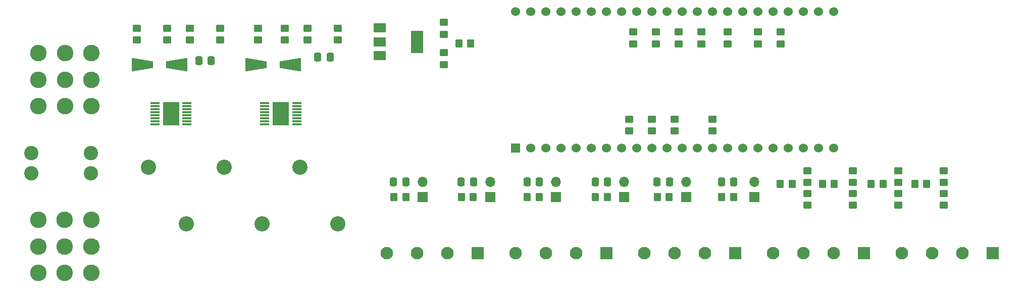
<source format=gbr>
%TF.GenerationSoftware,KiCad,Pcbnew,7.0.5*%
%TF.CreationDate,2023-07-11T20:53:32+10:00*%
%TF.ProjectId,BCM-ESP32-S3,42434d2d-4553-4503-9332-2d53332e6b69,rev?*%
%TF.SameCoordinates,Original*%
%TF.FileFunction,Soldermask,Top*%
%TF.FilePolarity,Negative*%
%FSLAX46Y46*%
G04 Gerber Fmt 4.6, Leading zero omitted, Abs format (unit mm)*
G04 Created by KiCad (PCBNEW 7.0.5) date 2023-07-11 20:53:32*
%MOMM*%
%LPD*%
G01*
G04 APERTURE LIST*
G04 Aperture macros list*
%AMRoundRect*
0 Rectangle with rounded corners*
0 $1 Rounding radius*
0 $2 $3 $4 $5 $6 $7 $8 $9 X,Y pos of 4 corners*
0 Add a 4 corners polygon primitive as box body*
4,1,4,$2,$3,$4,$5,$6,$7,$8,$9,$2,$3,0*
0 Add four circle primitives for the rounded corners*
1,1,$1+$1,$2,$3*
1,1,$1+$1,$4,$5*
1,1,$1+$1,$6,$7*
1,1,$1+$1,$8,$9*
0 Add four rect primitives between the rounded corners*
20,1,$1+$1,$2,$3,$4,$5,0*
20,1,$1+$1,$4,$5,$6,$7,0*
20,1,$1+$1,$6,$7,$8,$9,0*
20,1,$1+$1,$8,$9,$2,$3,0*%
%AMOutline4P*
0 Free polygon, 4 corners , with rotation*
0 The origin of the aperture is its center*
0 number of corners: always 4*
0 $1 to $8 corner X, Y*
0 $9 Rotation angle, in degrees counterclockwise*
0 create outline with 4 corners*
4,1,4,$1,$2,$3,$4,$5,$6,$7,$8,$1,$2,$9*%
G04 Aperture macros list end*
%ADD10C,2.400000*%
%ADD11R,1.700000X1.700000*%
%ADD12O,1.700000X1.700000*%
%ADD13R,2.000000X1.500000*%
%ADD14R,2.000000X3.800000*%
%ADD15C,1.530000*%
%ADD16R,1.530000X1.530000*%
%ADD17C,2.550000*%
%ADD18C,2.775000*%
%ADD19R,2.800000X3.910000*%
%ADD20R,1.500000X0.300000*%
%ADD21RoundRect,0.250000X-0.450000X0.350000X-0.450000X-0.350000X0.450000X-0.350000X0.450000X0.350000X0*%
%ADD22RoundRect,0.250000X-0.350000X-0.450000X0.350000X-0.450000X0.350000X0.450000X-0.350000X0.450000X0*%
%ADD23RoundRect,0.250000X0.450000X-0.350000X0.450000X0.350000X-0.450000X0.350000X-0.450000X-0.350000X0*%
%ADD24RoundRect,0.250000X0.350000X0.450000X-0.350000X0.450000X-0.350000X-0.450000X0.350000X-0.450000X0*%
%ADD25R,2.100000X2.100000*%
%ADD26C,2.100000*%
%ADD27Outline4P,-1.800000X-1.150000X1.800000X-0.550000X1.800000X0.550000X-1.800000X1.150000X0.000000*%
%ADD28Outline4P,-1.800000X-1.150000X1.800000X-0.550000X1.800000X0.550000X-1.800000X1.150000X180.000000*%
%ADD29RoundRect,0.250000X0.337500X0.475000X-0.337500X0.475000X-0.337500X-0.475000X0.337500X-0.475000X0*%
%ADD30RoundRect,0.250000X-0.337500X-0.475000X0.337500X-0.475000X0.337500X0.475000X-0.337500X0.475000X0*%
G04 APERTURE END LIST*
D10*
%TO.C,U1*%
X21710000Y-129970000D03*
X21710000Y-126570000D03*
X31630000Y-129970000D03*
X31630000Y-126570000D03*
%TD*%
D11*
%TO.C,D8*%
X121052500Y-133985000D03*
D12*
X121052500Y-131445000D03*
%TD*%
D11*
%TO.C,D7*%
X109622500Y-133985000D03*
D12*
X109622500Y-131445000D03*
%TD*%
D11*
%TO.C,D6*%
X142875000Y-133985000D03*
D12*
X142875000Y-131445000D03*
%TD*%
D11*
%TO.C,D5*%
X98595000Y-133985000D03*
D12*
X98595000Y-131445000D03*
%TD*%
D11*
%TO.C,D3*%
X131445000Y-133985000D03*
D12*
X131445000Y-131445000D03*
%TD*%
%TO.C,D2*%
X87265000Y-131445000D03*
D11*
X87265000Y-133985000D03*
%TD*%
D13*
%TO.C,U3*%
X80060000Y-105650000D03*
D14*
X86360000Y-107950000D03*
D13*
X80060000Y-107950000D03*
X80060000Y-110250000D03*
%TD*%
D15*
%TO.C,U2*%
X156210000Y-125730000D03*
X156210000Y-102870000D03*
X153670000Y-125730000D03*
X151130000Y-125730000D03*
X148590000Y-125730000D03*
X146050000Y-125730000D03*
X143510000Y-125730000D03*
X140970000Y-125730000D03*
X138430000Y-125730000D03*
X135890000Y-125730000D03*
X133350000Y-125730000D03*
X130810000Y-125730000D03*
X128270000Y-125730000D03*
X125730000Y-125730000D03*
X123190000Y-125730000D03*
X120650000Y-125730000D03*
X118110000Y-125730000D03*
X115570000Y-125730000D03*
X113030000Y-125730000D03*
X110490000Y-125730000D03*
X107950000Y-125730000D03*
X105410000Y-125730000D03*
D16*
X102870000Y-125730000D03*
D15*
X153670000Y-102870000D03*
X151130000Y-102870000D03*
X148590000Y-102870000D03*
X146050000Y-102870000D03*
X143510000Y-102870000D03*
X140970000Y-102870000D03*
X138430000Y-102870000D03*
X135890000Y-102870000D03*
X133350000Y-102870000D03*
X130810000Y-102870000D03*
X128270000Y-102870000D03*
X125730000Y-102870000D03*
X123190000Y-102870000D03*
X120650000Y-102870000D03*
X118110000Y-102870000D03*
X115570000Y-102870000D03*
X113030000Y-102870000D03*
X110490000Y-102870000D03*
X107950000Y-102870000D03*
X105410000Y-102870000D03*
X102870000Y-102870000D03*
%TD*%
D17*
%TO.C,J8*%
X73025000Y-138440000D03*
X66675000Y-128940000D03*
X60325000Y-138440000D03*
X53975000Y-128940000D03*
X47625000Y-138440000D03*
X41275000Y-128940000D03*
%TD*%
D18*
%TO.C,J3*%
X22870000Y-109865000D03*
X27305000Y-109865000D03*
X31740000Y-109865000D03*
X22870000Y-114300000D03*
X27305000Y-114300000D03*
X31740000Y-114300000D03*
X22870000Y-118735000D03*
X27305000Y-118735000D03*
X31740000Y-118735000D03*
%TD*%
%TO.C,J1*%
X22860000Y-137805000D03*
X27295000Y-137805000D03*
X31730000Y-137805000D03*
X22860000Y-142240000D03*
X27295000Y-142240000D03*
X31730000Y-142240000D03*
X22860000Y-146675000D03*
X27295000Y-146675000D03*
X31730000Y-146675000D03*
%TD*%
D19*
%TO.C,IC2*%
X45085000Y-120015000D03*
D20*
X47785000Y-118265000D03*
X47785000Y-118765000D03*
X47785000Y-119265000D03*
X47785000Y-119765000D03*
X47785000Y-120265000D03*
X47785000Y-120765000D03*
X47785000Y-121265000D03*
X47785000Y-121765000D03*
X42385000Y-121765000D03*
X42385000Y-121265000D03*
X42385000Y-120765000D03*
X42385000Y-120265000D03*
X42385000Y-119765000D03*
X42385000Y-119265000D03*
X42385000Y-118765000D03*
X42385000Y-118265000D03*
%TD*%
%TO.C,IC1*%
X60800000Y-118265000D03*
X60800000Y-118765000D03*
X60800000Y-119265000D03*
X60800000Y-119765000D03*
X60800000Y-120265000D03*
X60800000Y-120765000D03*
X60800000Y-121265000D03*
X60800000Y-121765000D03*
X66200000Y-121765000D03*
X66200000Y-121265000D03*
X66200000Y-120765000D03*
X66200000Y-120265000D03*
X66200000Y-119765000D03*
X66200000Y-119265000D03*
X66200000Y-118765000D03*
X66200000Y-118265000D03*
D19*
X63500000Y-120015000D03*
%TD*%
D21*
%TO.C,R40*%
X53340000Y-105680000D03*
X53340000Y-107680000D03*
%TD*%
%TO.C,R39*%
X48260000Y-105680000D03*
X48260000Y-107680000D03*
%TD*%
D22*
%TO.C,R38*%
X116242500Y-133985000D03*
X118242500Y-133985000D03*
%TD*%
%TO.C,R37*%
X104812500Y-133985000D03*
X106812500Y-133985000D03*
%TD*%
D23*
%TO.C,R36*%
X44450000Y-105680000D03*
X44450000Y-107680000D03*
%TD*%
D22*
%TO.C,R35*%
X137430000Y-133985000D03*
X139430000Y-133985000D03*
%TD*%
%TO.C,R34*%
X93785000Y-133985000D03*
X95785000Y-133985000D03*
%TD*%
D23*
%TO.C,R33*%
X39370000Y-107680000D03*
X39370000Y-105680000D03*
%TD*%
D21*
%TO.C,R32*%
X133985000Y-106315000D03*
X133985000Y-108315000D03*
%TD*%
%TO.C,R31*%
X130175000Y-106315000D03*
X130175000Y-108315000D03*
%TD*%
%TO.C,R30*%
X126365000Y-108315000D03*
X126365000Y-106315000D03*
%TD*%
%TO.C,R29*%
X122555000Y-106315000D03*
X122555000Y-108315000D03*
%TD*%
%TO.C,R28*%
X138430000Y-106315000D03*
X138430000Y-108315000D03*
%TD*%
D23*
%TO.C,R27*%
X135890000Y-122920000D03*
X135890000Y-120920000D03*
%TD*%
D21*
%TO.C,R26*%
X143510000Y-106315000D03*
X143510000Y-108315000D03*
%TD*%
D23*
%TO.C,R25*%
X121920000Y-122920000D03*
X121920000Y-120920000D03*
%TD*%
%TO.C,R24*%
X125730000Y-122920000D03*
X125730000Y-120920000D03*
%TD*%
%TO.C,R23*%
X129540000Y-122920000D03*
X129540000Y-120920000D03*
%TD*%
D21*
%TO.C,R22*%
X147320000Y-106315000D03*
X147320000Y-108315000D03*
%TD*%
D22*
%TO.C,R21*%
X126635000Y-133985000D03*
X128635000Y-133985000D03*
%TD*%
%TO.C,R20*%
X84455000Y-133985000D03*
X82455000Y-133985000D03*
%TD*%
D24*
%TO.C,R19*%
X149225000Y-131810000D03*
X147225000Y-131810000D03*
%TD*%
D21*
%TO.C,R18*%
X151765000Y-129540000D03*
X151765000Y-131540000D03*
%TD*%
%TO.C,R17*%
X151765000Y-133350000D03*
X151765000Y-135350000D03*
%TD*%
D22*
%TO.C,R16*%
X154305000Y-131810000D03*
X156305000Y-131810000D03*
%TD*%
D21*
%TO.C,R15*%
X159385000Y-129540000D03*
X159385000Y-131540000D03*
%TD*%
%TO.C,R14*%
X159385000Y-133350000D03*
X159385000Y-135350000D03*
%TD*%
D22*
%TO.C,R13*%
X162465000Y-131810000D03*
X164465000Y-131810000D03*
%TD*%
D21*
%TO.C,R12*%
X167005000Y-129540000D03*
X167005000Y-131540000D03*
%TD*%
%TO.C,R11*%
X167005000Y-133350000D03*
X167005000Y-135350000D03*
%TD*%
D22*
%TO.C,R10*%
X169815000Y-131810000D03*
X171815000Y-131810000D03*
%TD*%
D21*
%TO.C,R9*%
X174625000Y-129540000D03*
X174625000Y-131540000D03*
%TD*%
%TO.C,R8*%
X174625000Y-133350000D03*
X174625000Y-135350000D03*
%TD*%
%TO.C,R7*%
X67945000Y-105680000D03*
X67945000Y-107680000D03*
%TD*%
D23*
%TO.C,R6*%
X64135000Y-107680000D03*
X64135000Y-105680000D03*
%TD*%
D21*
%TO.C,R5*%
X73025000Y-105680000D03*
X73025000Y-107680000D03*
%TD*%
D23*
%TO.C,R4*%
X59690000Y-107680000D03*
X59690000Y-105680000D03*
%TD*%
D24*
%TO.C,R3*%
X95370000Y-108220000D03*
X93370000Y-108220000D03*
%TD*%
D23*
%TO.C,R2*%
X90830000Y-111760000D03*
X90830000Y-109760000D03*
%TD*%
%TO.C,R1*%
X90830000Y-106680000D03*
X90830000Y-104680000D03*
%TD*%
D25*
%TO.C,J7*%
X182880000Y-143335000D03*
D26*
X177800000Y-143335000D03*
X172720000Y-143335000D03*
X167640000Y-143335000D03*
%TD*%
D25*
%TO.C,J6*%
X161290000Y-143335000D03*
D26*
X156210000Y-143335000D03*
X151130000Y-143335000D03*
X146050000Y-143335000D03*
%TD*%
D25*
%TO.C,J5*%
X118110000Y-143335000D03*
D26*
X113030000Y-143335000D03*
X107950000Y-143335000D03*
X102870000Y-143335000D03*
%TD*%
D25*
%TO.C,J4*%
X96520000Y-143335000D03*
D26*
X91440000Y-143335000D03*
X86360000Y-143335000D03*
X81280000Y-143335000D03*
%TD*%
D25*
%TO.C,J2*%
X139700000Y-143335000D03*
D26*
X134620000Y-143335000D03*
X129540000Y-143335000D03*
X124460000Y-143335000D03*
%TD*%
D27*
%TO.C,D4*%
X40280000Y-111760000D03*
D28*
X46080000Y-111760000D03*
%TD*%
D27*
%TO.C,D1*%
X59330000Y-111760000D03*
D28*
X65130000Y-111760000D03*
%TD*%
D29*
%TO.C,C8*%
X118280000Y-131445000D03*
X116205000Y-131445000D03*
%TD*%
D30*
%TO.C,C7*%
X49762500Y-111125000D03*
X51837500Y-111125000D03*
%TD*%
D29*
%TO.C,C6*%
X106850000Y-131445000D03*
X104775000Y-131445000D03*
%TD*%
%TO.C,C5*%
X139467500Y-131445000D03*
X137392500Y-131445000D03*
%TD*%
%TO.C,C4*%
X95822500Y-131445000D03*
X93747500Y-131445000D03*
%TD*%
%TO.C,C3*%
X128672500Y-131445000D03*
X126597500Y-131445000D03*
%TD*%
%TO.C,C2*%
X82417500Y-131445000D03*
X84492500Y-131445000D03*
%TD*%
%TO.C,C1*%
X71755000Y-110490000D03*
X69680000Y-110490000D03*
%TD*%
M02*

</source>
